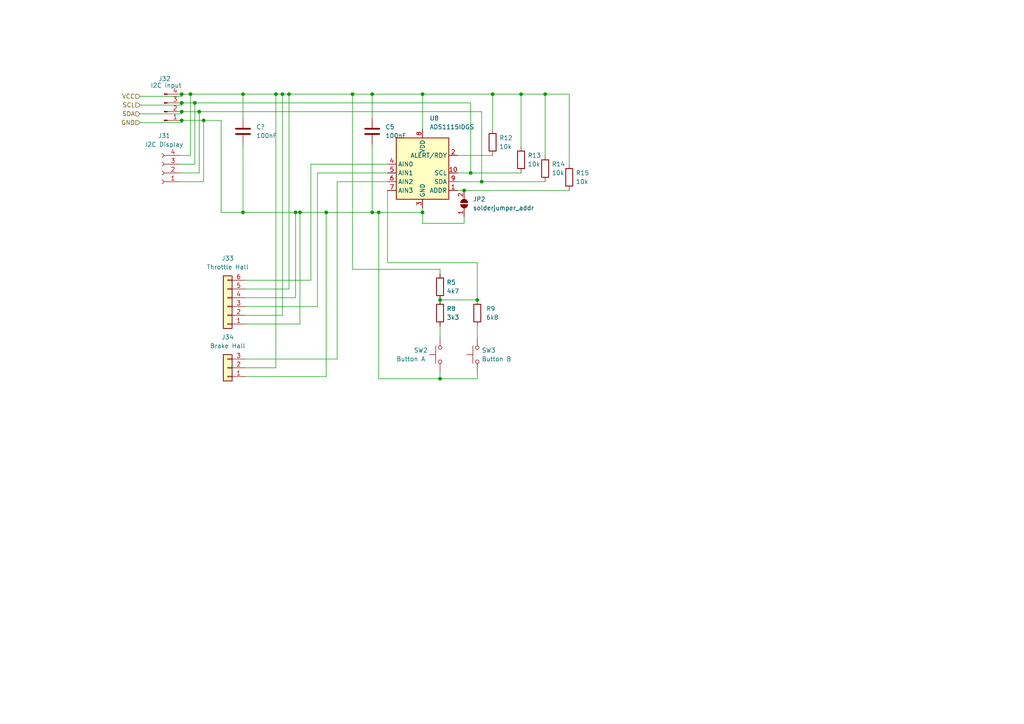
<source format=kicad_sch>
(kicad_sch (version 20211123) (generator eeschema)
  (paper "A4")
  (lib_symbols
    (symbol "Analog_ADC:ADS1115IDGS"
      (property "Reference" "U" (at 2.54 13.97 0))
      (property "Value" "ADS1115IDGS" (at 7.62 11.43 0))
      (symbol "ADS1115IDGS_0_1"
        (rectangle (start -7.62 10.16) (end 7.62 -7.62) (stroke (width 0.254)) (fill (type background)))
      )
      (symbol "ADS1115IDGS_1_1"
        (pin input line (at 10.16 -5.08 180) (length 2.54) (name "ADDR") (number "1"))
        (pin input line (at 10.16 0 180) (length 2.54) (name "SCL") (number "10"))
        (pin output line (at 10.16 5.08 180) (length 2.54) (name "ALERT/RDY") (number "2"))
        (pin power_in line (at 0 -10.16 90) (length 2.54) (name "GND") (number "3"))
        (pin input line (at -10.16 2.54 0) (length 2.54) (name "AIN0") (number "4"))
        (pin input line (at -10.16 0 0) (length 2.54) (name "AIN1") (number "5"))
        (pin input line (at -10.16 -2.54 0) (length 2.54) (name "AIN2") (number "6"))
        (pin input line (at -10.16 -5.08 0) (length 2.54) (name "AIN3") (number "7"))
        (pin power_in line (at 0 12.7 270) (length 2.54) (name "VDD") (number "8"))
        (pin bidirectional line (at 10.16 -2.54 180) (length 2.54) (name "SDA") (number "9"))
      )
    )
    (symbol "Connector:Conn_01x04_Female" (pin_names (offset 1.016) hide)
      (property "Reference" "J" (at 0 5.08 0))
      (property "Value" "Conn_01x04_Female" (at 0 -7.62 0))
      (symbol "Conn_01x04_Female_1_1"
        (arc (start 0 -4.572) (mid -0.508 -5.08) (end 0 -5.588) (stroke (width 0.1524)))
        (arc (start 0 -2.032) (mid -0.508 -2.54) (end 0 -3.048) (stroke (width 0.1524)))
        (polyline (pts (xy -1.27 -5.08) (xy -0.508 -5.08)) (stroke (width 0.1524)))
        (polyline (pts (xy -1.27 -2.54) (xy -0.508 -2.54)) (stroke (width 0.1524)))
        (polyline (pts (xy -1.27 0) (xy -0.508 0)) (stroke (width 0.1524)))
        (polyline (pts (xy -1.27 2.54) (xy -0.508 2.54)) (stroke (width 0.1524)))
        (arc (start 0 0.508) (mid -0.508 0) (end 0 -0.508) (stroke (width 0.1524)))
        (arc (start 0 3.048) (mid -0.508 2.54) (end 0 2.032) (stroke (width 0.1524)))
        (pin passive line (at -5.08 2.54 0) (length 3.81) (name "Pin_1") (number "1"))
        (pin passive line (at -5.08 0 0) (length 3.81) (name "Pin_2") (number "2"))
        (pin passive line (at -5.08 -2.54 0) (length 3.81) (name "Pin_3") (number "3"))
        (pin passive line (at -5.08 -5.08 0) (length 3.81) (name "Pin_4") (number "4"))
      )
    )
    (symbol "Connector:Conn_01x04_Male" (pin_names (offset 1.016) hide)
      (property "Reference" "J" (at 0 5.08 0))
      (property "Value" "Conn_01x04_Male" (at 0 -7.62 0))
      (symbol "Conn_01x04_Male_1_1"
        (polyline (pts (xy 1.27 -5.08) (xy 0.8636 -5.08)) (stroke (width 0.1524)))
        (polyline (pts (xy 1.27 -2.54) (xy 0.8636 -2.54)) (stroke (width 0.1524)))
        (polyline (pts (xy 1.27 0) (xy 0.8636 0)) (stroke (width 0.1524)))
        (polyline (pts (xy 1.27 2.54) (xy 0.8636 2.54)) (stroke (width 0.1524)))
        (rectangle (start 0.8636 -4.953) (end 0 -5.207) (stroke (width 0.1524)) (fill (type outline)))
        (rectangle (start 0.8636 -2.413) (end 0 -2.667) (stroke (width 0.1524)) (fill (type outline)))
        (rectangle (start 0.8636 0.127) (end 0 -0.127) (stroke (width 0.1524)) (fill (type outline)))
        (rectangle (start 0.8636 2.667) (end 0 2.413) (stroke (width 0.1524)) (fill (type outline)))
        (pin passive line (at 5.08 2.54 180) (length 3.81) (name "Pin_1") (number "1"))
        (pin passive line (at 5.08 0 180) (length 3.81) (name "Pin_2") (number "2"))
        (pin passive line (at 5.08 -2.54 180) (length 3.81) (name "Pin_3") (number "3"))
        (pin passive line (at 5.08 -5.08 180) (length 3.81) (name "Pin_4") (number "4"))
      )
    )
    (symbol "Connector_Generic:Conn_01x03" (pin_names (offset 1.016) hide)
      (property "Reference" "J" (at 0 5.08 0))
      (property "Value" "Conn_01x03" (at 0 -5.08 0))
      (symbol "Conn_01x03_1_1"
        (rectangle (start -1.27 -2.413) (end 0 -2.667) (stroke (width 0.1524)))
        (rectangle (start -1.27 0.127) (end 0 -0.127) (stroke (width 0.1524)))
        (rectangle (start -1.27 2.667) (end 0 2.413) (stroke (width 0.1524)))
        (rectangle (start -1.27 3.81) (end 1.27 -3.81) (stroke (width 0.254)) (fill (type background)))
        (pin passive line (at -5.08 2.54 0) (length 3.81) (name "Pin_1") (number "1"))
        (pin passive line (at -5.08 0 0) (length 3.81) (name "Pin_2") (number "2"))
        (pin passive line (at -5.08 -2.54 0) (length 3.81) (name "Pin_3") (number "3"))
      )
    )
    (symbol "Connector_Generic:Conn_01x06" (pin_names (offset 1.016) hide)
      (property "Reference" "J" (at 0 7.62 0))
      (property "Value" "Conn_01x06" (at 0 -10.16 0))
      (symbol "Conn_01x06_1_1"
        (rectangle (start -1.27 -7.493) (end 0 -7.747) (stroke (width 0.1524)))
        (rectangle (start -1.27 -4.953) (end 0 -5.207) (stroke (width 0.1524)))
        (rectangle (start -1.27 -2.413) (end 0 -2.667) (stroke (width 0.1524)))
        (rectangle (start -1.27 0.127) (end 0 -0.127) (stroke (width 0.1524)))
        (rectangle (start -1.27 2.667) (end 0 2.413) (stroke (width 0.1524)))
        (rectangle (start -1.27 5.207) (end 0 4.953) (stroke (width 0.1524)))
        (rectangle (start -1.27 6.35) (end 1.27 -8.89) (stroke (width 0.254)) (fill (type background)))
        (pin passive line (at -5.08 5.08 0) (length 3.81) (name "Pin_1") (number "1"))
        (pin passive line (at -5.08 2.54 0) (length 3.81) (name "Pin_2") (number "2"))
        (pin passive line (at -5.08 0 0) (length 3.81) (name "Pin_3") (number "3"))
        (pin passive line (at -5.08 -2.54 0) (length 3.81) (name "Pin_4") (number "4"))
        (pin passive line (at -5.08 -5.08 0) (length 3.81) (name "Pin_5") (number "5"))
        (pin passive line (at -5.08 -7.62 0) (length 3.81) (name "Pin_6") (number "6"))
      )
    )
    (symbol "Device:C" (pin_numbers hide) (pin_names (offset 0.254))
      (property "Reference" "C" (at 0.635 2.54 0))
      (property "Value" "C" (at 0.635 -2.54 0))
      (symbol "C_0_1"
        (polyline (pts (xy -2.032 -0.762) (xy 2.032 -0.762)) (stroke (width 0.508)))
        (polyline (pts (xy -2.032 0.762) (xy 2.032 0.762)) (stroke (width 0.508)))
      )
      (symbol "C_1_1"
        (pin passive line (at 0 3.81 270) (length 2.794) (name "~") (number "1"))
        (pin passive line (at 0 -3.81 90) (length 2.794) (name "~") (number "2"))
      )
    )
    (symbol "Device:R" (pin_numbers hide) (pin_names (offset 0))
      (property "Reference" "R" (at 2.032 0 90))
      (property "Value" "R" (at 0 0 90))
      (symbol "R_0_1"
        (rectangle (start -1.016 -2.54) (end 1.016 2.54) (stroke (width 0.254)))
      )
      (symbol "R_1_1"
        (pin passive line (at 0 3.81 270) (length 1.27) (name "~") (number "1"))
        (pin passive line (at 0 -3.81 90) (length 1.27) (name "~") (number "2"))
      )
    )
    (symbol "Jumper:SolderJumper_2_Open" (pin_names (offset 0) hide)
      (property "Reference" "JP" (at 0 2.032 0))
      (property "Value" "SolderJumper_2_Open" (at 0 -2.54 0))
      (symbol "SolderJumper_2_Open_0_1"
        (arc (start -0.254 1.016) (mid -1.27 0) (end -0.254 -1.016))
        (arc (start -0.254 1.016) (mid -1.27 0) (end -0.254 -1.016) (fill (type outline)))
        (polyline (pts (xy -0.254 1.016) (xy -0.254 -1.016)))
        (polyline (pts (xy 0.254 1.016) (xy 0.254 -1.016)))
        (arc (start 0.254 -1.016) (mid 1.27 0) (end 0.254 1.016))
        (arc (start 0.254 -1.016) (mid 1.27 0) (end 0.254 1.016) (fill (type outline)))
      )
      (symbol "SolderJumper_2_Open_1_1"
        (pin passive line (at -3.81 0 0) (length 2.54) (name "A") (number "1"))
        (pin passive line (at 3.81 0 180) (length 2.54) (name "B") (number "2"))
      )
    )
    (symbol "Switch:SW_Push" (pin_numbers hide) (pin_names (offset 1.016) hide)
      (property "Reference" "SW" (at 1.27 2.54 0))
      (property "Value" "SW_Push" (at 0 -1.524 0))
      (symbol "SW_Push_0_1"
        (circle (center -2.032 0) (radius 0.508))
        (polyline (pts (xy 0 1.27) (xy 0 3.048)))
        (polyline (pts (xy 2.54 1.27) (xy -2.54 1.27)))
        (circle (center 2.032 0) (radius 0.508))
        (pin passive line (at -5.08 0 0) (length 2.54) (name "1") (number "1"))
        (pin passive line (at 5.08 0 180) (length 2.54) (name "2") (number "2"))
      )
    )
  )
  (junction (at 136.525 50.165))
  (junction (at 139.7 52.705))
  (junction (at 55.245 27.305))
  (junction (at 138.43 86.995))
  (junction (at 127.635 109.855))
  (junction (at 134.62 55.245))
  (junction (at 80.01 27.305))
  (junction (at 70.485 61.595))
  (junction (at 122.555 61.595))
  (junction (at 94.615 61.595))
  (junction (at 86.995 61.595))
  (junction (at 142.875 27.305))
  (junction (at 107.95 27.305))
  (junction (at 52.705 34.925))
  (junction (at 52.705 32.385))
  (junction (at 107.95 61.595))
  (junction (at 52.705 27.305))
  (junction (at 81.915 27.305))
  (junction (at 52.705 29.845))
  (junction (at 59.055 34.925))
  (junction (at 83.82 27.305))
  (junction (at 56.515 29.845))
  (junction (at 122.555 27.305))
  (junction (at 102.235 27.305))
  (junction (at 127.635 86.995))
  (junction (at 109.855 61.595))
  (junction (at 57.785 32.385))
  (junction (at 85.725 61.595))
  (junction (at 70.485 27.305))
  (junction (at 158.115 27.305))
  (junction (at 151.13 27.305))
  (wire (pts (xy 59.055 34.925) (xy 59.055 52.705)))
  (wire (pts (xy 107.95 41.91) (xy 107.95 61.595)))
  (wire (pts (xy 122.555 61.595) (xy 122.555 60.325)))
  (wire (pts (xy 52.705 30.48) (xy 52.705 29.845)))
  (wire (pts (xy 102.235 78.105) (xy 102.235 27.305)))
  (wire (pts (xy 127.635 94.615) (xy 127.635 97.79)))
  (wire (pts (xy 132.715 50.165) (xy 136.525 50.165)))
  (wire (pts (xy 70.485 41.91) (xy 70.485 61.595)))
  (wire (pts (xy 94.615 61.595) (xy 107.95 61.595)))
  (wire (pts (xy 71.12 109.22) (xy 94.615 109.22)))
  (wire (pts (xy 109.855 109.855) (xy 109.855 61.595)))
  (wire (pts (xy 71.12 104.14) (xy 97.79 104.14)))
  (wire (pts (xy 52.705 35.56) (xy 52.705 34.925)))
  (wire (pts (xy 59.055 52.705) (xy 52.07 52.705)))
  (wire (pts (xy 92.075 88.9) (xy 92.075 50.165)))
  (wire (pts (xy 40.64 35.56) (xy 52.705 35.56)))
  (wire (pts (xy 56.515 47.625) (xy 52.07 47.625)))
  (wire (pts (xy 138.43 109.855) (xy 127.635 109.855)))
  (wire (pts (xy 64.135 34.925) (xy 64.135 61.595)))
  (wire (pts (xy 151.13 27.305) (xy 142.875 27.305)))
  (wire (pts (xy 90.17 81.28) (xy 90.17 47.625)))
  (wire (pts (xy 57.785 50.165) (xy 57.785 32.385)))
  (wire (pts (xy 138.43 86.995) (xy 127.635 86.995)))
  (wire (pts (xy 80.01 27.305) (xy 81.915 27.305)))
  (wire (pts (xy 40.64 30.48) (xy 52.705 30.48)))
  (wire (pts (xy 64.135 61.595) (xy 70.485 61.595)))
  (wire (pts (xy 71.12 106.68) (xy 80.01 106.68)))
  (wire (pts (xy 52.705 32.385) (xy 57.785 32.385)))
  (wire (pts (xy 40.64 33.02) (xy 52.705 33.02)))
  (wire (pts (xy 70.485 27.305) (xy 70.485 34.29)))
  (wire (pts (xy 132.715 55.245) (xy 134.62 55.245)))
  (wire (pts (xy 127.635 109.855) (xy 109.855 109.855)))
  (wire (pts (xy 158.115 27.305) (xy 158.115 45.085)))
  (wire (pts (xy 71.12 93.98) (xy 86.995 93.98)))
  (wire (pts (xy 127.635 78.105) (xy 127.635 79.375)))
  (wire (pts (xy 109.855 61.595) (xy 122.555 61.595)))
  (wire (pts (xy 94.615 109.22) (xy 94.615 61.595)))
  (wire (pts (xy 136.525 50.165) (xy 136.525 29.845)))
  (wire (pts (xy 127.635 109.855) (xy 127.635 107.95)))
  (wire (pts (xy 139.7 52.705) (xy 158.115 52.705)))
  (wire (pts (xy 71.12 83.82) (xy 83.82 83.82)))
  (wire (pts (xy 142.875 27.305) (xy 142.875 37.465)))
  (wire (pts (xy 151.13 27.305) (xy 151.13 42.545)))
  (wire (pts (xy 107.95 27.305) (xy 122.555 27.305)))
  (wire (pts (xy 136.525 50.165) (xy 151.13 50.165)))
  (wire (pts (xy 52.705 27.94) (xy 52.705 27.305)))
  (wire (pts (xy 107.95 34.29) (xy 107.95 27.305)))
  (wire (pts (xy 81.915 27.305) (xy 83.82 27.305)))
  (wire (pts (xy 83.82 27.305) (xy 102.235 27.305)))
  (wire (pts (xy 70.485 27.305) (xy 80.01 27.305)))
  (wire (pts (xy 139.7 32.385) (xy 139.7 52.705)))
  (wire (pts (xy 138.43 107.95) (xy 138.43 109.855)))
  (wire (pts (xy 71.12 86.36) (xy 85.725 86.36)))
  (wire (pts (xy 97.79 52.705) (xy 112.395 52.705)))
  (wire (pts (xy 52.705 27.305) (xy 55.245 27.305)))
  (wire (pts (xy 107.95 61.595) (xy 109.855 61.595)))
  (wire (pts (xy 165.1 47.625) (xy 165.1 27.305)))
  (wire (pts (xy 112.395 76.2) (xy 138.43 76.2)))
  (wire (pts (xy 86.995 93.98) (xy 86.995 61.595)))
  (wire (pts (xy 134.62 62.865) (xy 134.62 64.77)))
  (wire (pts (xy 158.115 27.305) (xy 151.13 27.305)))
  (wire (pts (xy 97.79 104.14) (xy 97.79 52.705)))
  (wire (pts (xy 57.785 32.385) (xy 139.7 32.385)))
  (wire (pts (xy 112.395 55.245) (xy 112.395 76.2)))
  (wire (pts (xy 71.12 81.28) (xy 90.17 81.28)))
  (wire (pts (xy 92.075 50.165) (xy 112.395 50.165)))
  (wire (pts (xy 165.1 27.305) (xy 158.115 27.305)))
  (wire (pts (xy 80.01 106.68) (xy 80.01 27.305)))
  (wire (pts (xy 138.43 76.2) (xy 138.43 86.995)))
  (wire (pts (xy 40.64 27.94) (xy 52.705 27.94)))
  (wire (pts (xy 136.525 29.845) (xy 56.515 29.845)))
  (wire (pts (xy 56.515 29.845) (xy 52.705 29.845)))
  (wire (pts (xy 142.875 27.305) (xy 122.555 27.305)))
  (wire (pts (xy 132.715 52.705) (xy 139.7 52.705)))
  (wire (pts (xy 56.515 29.845) (xy 56.515 47.625)))
  (wire (pts (xy 134.62 55.245) (xy 165.1 55.245)))
  (wire (pts (xy 52.07 45.085) (xy 55.245 45.085)))
  (wire (pts (xy 81.915 27.305) (xy 81.915 91.44)))
  (wire (pts (xy 55.245 45.085) (xy 55.245 27.305)))
  (wire (pts (xy 102.235 78.105) (xy 127.635 78.105)))
  (wire (pts (xy 52.705 34.925) (xy 59.055 34.925)))
  (wire (pts (xy 81.915 91.44) (xy 71.12 91.44)))
  (wire (pts (xy 55.245 27.305) (xy 70.485 27.305)))
  (wire (pts (xy 85.725 86.36) (xy 85.725 61.595)))
  (wire (pts (xy 122.555 64.77) (xy 122.555 61.595)))
  (wire (pts (xy 85.725 61.595) (xy 86.995 61.595)))
  (wire (pts (xy 59.055 34.925) (xy 64.135 34.925)))
  (wire (pts (xy 70.485 61.595) (xy 85.725 61.595)))
  (wire (pts (xy 90.17 47.625) (xy 112.395 47.625)))
  (wire (pts (xy 52.07 50.165) (xy 57.785 50.165)))
  (wire (pts (xy 102.235 27.305) (xy 107.95 27.305)))
  (wire (pts (xy 132.715 45.085) (xy 142.875 45.085)))
  (wire (pts (xy 71.12 88.9) (xy 92.075 88.9)))
  (wire (pts (xy 86.995 61.595) (xy 94.615 61.595)))
  (wire (pts (xy 122.555 27.305) (xy 122.555 37.465)))
  (wire (pts (xy 83.82 83.82) (xy 83.82 27.305)))
  (wire (pts (xy 134.62 64.77) (xy 122.555 64.77)))
  (wire (pts (xy 52.705 33.02) (xy 52.705 32.385)))
  (wire (pts (xy 138.43 94.615) (xy 138.43 97.79)))
  (hierarchical_label "SDA" (shape input) (at 40.64 33.02 180))
  (hierarchical_label "SCL" (shape input) (at 40.64 30.48 180))
  (hierarchical_label "GND" (shape input) (at 40.64 35.56 180))
  (hierarchical_label "VCC" (shape input) (at 40.64 27.94 180))
  (symbol (lib_id "Device:R") (at 158.115 48.895 0) (unit 1)
    (property "Reference" "R14" (at 160.02 47.6249 0) (effects (justify left)))
    (property "Value" "10k" (at 160.02 50.1649 0) (effects (justify left)))
  )
  (symbol (lib_id "Jumper:SolderJumper_2_Open") (at 134.62 59.055 90) (unit 1)
    (property "Reference" "JP2" (at 137.16 57.7849 90) (effects (justify right)))
    (property "Value" "solderjumper_addr" (at 137.16 60.3249 90) (effects (justify right)))
  )
  (symbol (lib_id "Switch:SW_Push") (at 138.43 102.87 90) (unit 1)
    (property "Reference" "SW3" (at 139.7 101.5999 90) (effects (justify right)))
    (property "Value" "Button B" (at 139.7 104.1399 90) (effects (justify right)))
  )
  (symbol (lib_id "Device:C") (at 70.485 38.1 0) (unit 1)
    (property "Reference" "C?" (at 74.295 36.8299 0) (effects (justify left)))
    (property "Value" "100nF" (at 74.295 39.3699 0) (effects (justify left)))
  )
  (symbol (lib_id "Device:R") (at 127.635 83.185 0) (unit 1)
    (property "Reference" "R5" (at 129.54 81.9149 0) (effects (justify left)))
    (property "Value" "4k7" (at 129.54 84.4549 0) (effects (justify left)))
  )
  (symbol (lib_id "Device:R") (at 142.875 41.275 0) (unit 1)
    (property "Reference" "R12" (at 144.78 40.0049 0) (effects (justify left)))
    (property "Value" "10k" (at 144.78 42.5449 0) (effects (justify left)))
  )
  (symbol (lib_id "Connector_Generic:Conn_01x03") (at 66.04 106.68 180) (unit 1)
    (property "Reference" "J34" (at 66.04 97.79 0))
    (property "Value" "Brake Hall" (at 66.04 100.33 0))
  )
  (symbol (lib_id "Device:R") (at 151.13 46.355 0) (unit 1)
    (property "Reference" "R13" (at 153.035 45.0849 0) (effects (justify left)))
    (property "Value" "10k" (at 153.035 47.6249 0) (effects (justify left)))
  )
  (symbol (lib_id "Connector:Conn_01x04_Female") (at 46.99 50.165 180) (unit 1)
    (property "Reference" "J31" (at 47.625 39.37 0))
    (property "Value" "I2C Display" (at 47.625 41.91 0))
  )
  (symbol (lib_id "Analog_ADC:ADS1115IDGS") (at 122.555 50.165 0) (unit 1)
    (property "Reference" "U8" (at 124.5744 34.29 0) (effects (justify left)))
    (property "Value" "ADS1115IDGS" (at 124.5744 36.83 0) (effects (justify left)))
    (property "Footprint" "Package_SO:TSSOP-10_3x3mm_P0.5mm" (effects hide))
    (property "Datasheet" "http://www.ti.com/lit/ds/symlink/ads1113.pdf" (effects hide))
  )
  (symbol (lib_id "Device:R") (at 138.43 90.805 0) (unit 1)
    (property "Reference" "R9" (at 140.97 89.5349 0) (effects (justify left)))
    (property "Value" "6k8" (at 140.97 92.0749 0) (effects (justify left)))
  )
  (symbol (lib_id "Connector_Generic:Conn_01x06") (at 66.04 88.9 180) (unit 1)
    (property "Reference" "J33" (at 66.04 74.93 0))
    (property "Value" "Throttle Hall" (at 66.04 77.47 0))
  )
  (symbol (lib_id "Device:R") (at 127.635 90.805 0) (unit 1)
    (property "Reference" "R8" (at 129.54 89.5349 0) (effects (justify left)))
    (property "Value" "3k3" (at 129.54 92.0749 0) (effects (justify left)))
  )
  (symbol (lib_id "Switch:SW_Push") (at 127.635 102.87 90) (unit 1)
    (property "Reference" "SW2" (at 120.015 101.6 90) (effects (justify right)))
    (property "Value" "Button A" (at 114.935 104.14 90) (effects (justify right)))
  )
  (symbol (lib_id "Device:C") (at 107.95 38.1 0) (unit 1)
    (property "Reference" "C5" (at 111.76 36.8299 0) (effects (justify left)))
    (property "Value" "100nF" (at 111.76 39.3699 0) (effects (justify left)))
  )
  (symbol (lib_id "Connector:Conn_01x04_Male") (at 47.625 32.385 0) (mirror x) (unit 1)
    (property "Reference" "J32" (at 49.53 22.86 0) (effects (justify right)))
    (property "Value" "I2C Input" (at 52.705 24.765 0) (effects (justify right)))
  )
  (symbol (lib_id "Device:R") (at 165.1 51.435 0) (unit 1)
    (property "Reference" "R15" (at 167.005 50.1649 0) (effects (justify left)))
    (property "Value" "10k" (at 167.005 52.7049 0) (effects (justify left)))
  )
)
</source>
